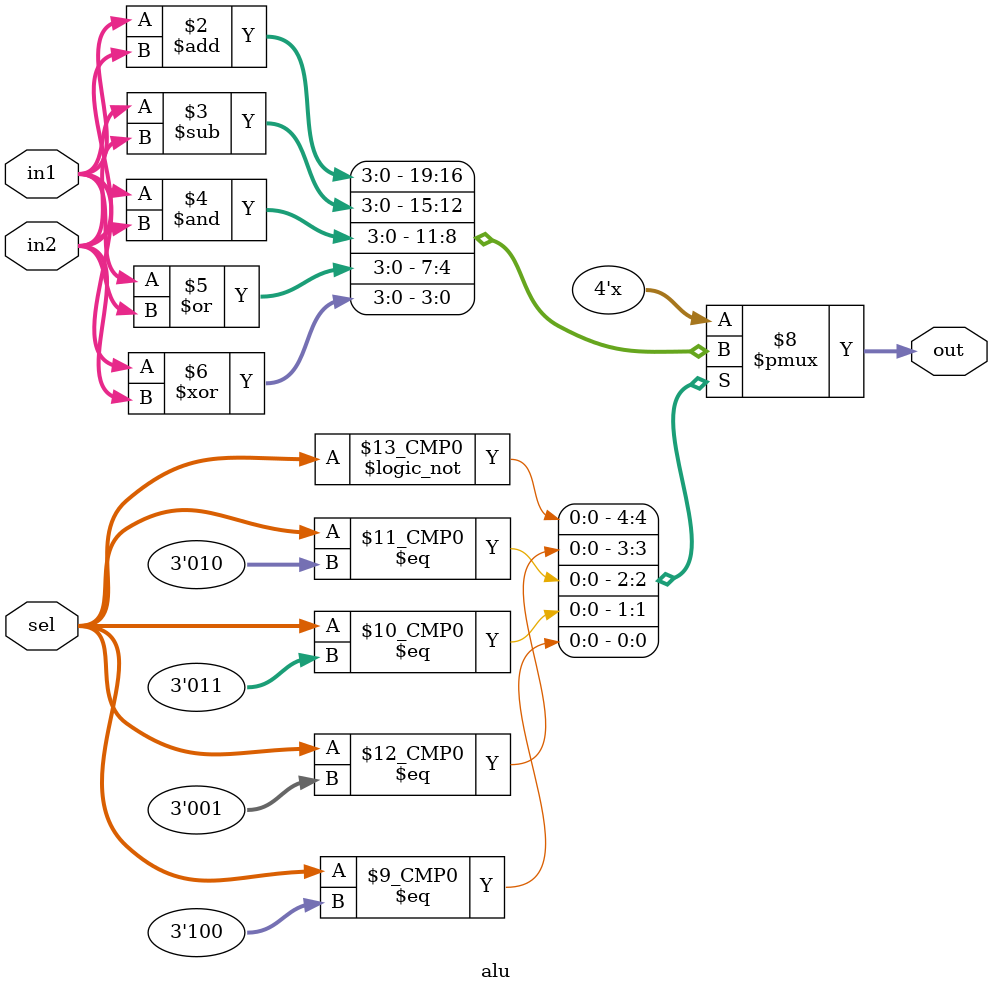
<source format=sv>
module alu (
	input [3:0] in1,
	input [3:0] in2,
	input [2:0] sel,
	output reg [3:0] out
	);

	always @(*) begin
		case(sel)
			3'b000 : out = in1 + in2;
			3'b001 : out = in1 - in2;
			3'b010 : out = in1 & in2;
			3'b011 : out = in1 | in2;
			3'b100 : out = in1 ^ in2;
			default : out = 4'bXXXX;
		endcase
	end
	endmodule

</source>
